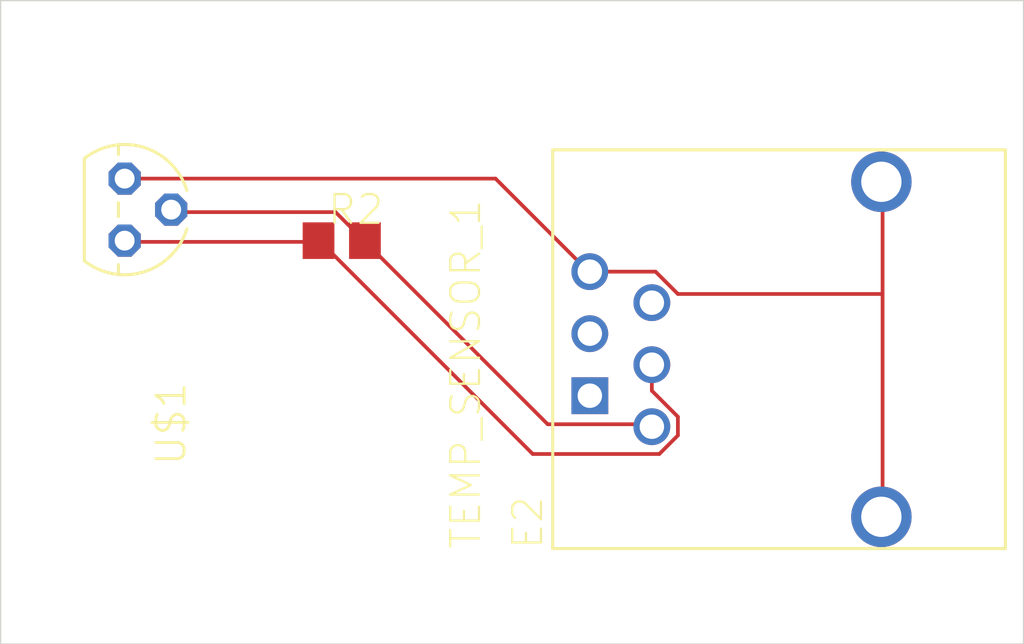
<source format=kicad_pcb>
(kicad_pcb (version 20221018) (generator pcbnew)
  (layers (0 "F.Cu" signal) (31 "B.Cu" signal) (34 "B.Paste" user) (35 "F.Paste" user) (36 "B.SilkS" user "B.Silkscreen") (37 "F.SilkS" user "F.Silkscreen") (38 "B.Mask" user) (39 "F.Mask" user) (44 "Edge.Cuts" user))
  (net 0 "")
  (net 1 "DQ")
  (net 2 "VDD")
  (net 3 "GND")
  (footprint "Temperature Senor Board V2 (2):R0805" (layer "F.Cu") (at 141.5261 101.6636)
    (fp_text reference "R2" (at -0.635 -1.27) (layer "F.SilkS") (effects (font (size 1.176528 1.176528) (thickness 0.093472)) (justify left)))
    (fp_text value "")
    (pad "1" smd rect (at -0.95 0) (size 1.3 1.5) (layers "F.Cu" "F.Paste" "F.Mask") (net 2 "VDD"))
    (pad "2" smd rect (at 0.95 0) (size 1.3 1.5) (layers "F.Cu" "F.Paste" "F.Mask") (net 1 "DQ"))
  )
  (footprint "Temperature Senor Board V2 (2):TO92" (layer "F.Cu") (at 132.6361 100.3936 -90)
    (fp_text reference "U$1" (at 6.985 -1.905 90) (layer "F.SilkS") (effects (font (size 1.1557 1.1557) (thickness 0.1143)) (justify right)))
    (fp_text value "DS18B")
    (fp_line (start -2.6549 0.254) (end -2.2537 0.254) (stroke (width 0.127)) (layer "F.SilkS"))
    (fp_line (start -2.0945 1.651) (end 2.0945 1.651) (stroke (width 0.127)) (layer "F.SilkS"))
    (fp_line (start -0.2863 0.254) (end 0.2863 0.254) (stroke (width 0.127)) (layer "F.SilkS"))
    (fp_line (start 2.2537 0.254) (end 2.6549 0.254) (stroke (width 0.127)) (layer "F.SilkS"))
    (fp_arc (start -2.6549 0.254) (mid -2.219001 -1.479566) (end -0.786299 -2.548501) (stroke (width 0.127)) (layer "F.SilkS"))
    (fp_arc (start -2.0946 1.651) (mid -2.475347 0.992847) (end -2.654901 0.254) (stroke (width 0.127)) (layer "F.SilkS"))
    (fp_arc (start 0.7863 -2.5484) (mid 2.546275 -0.793203) (end 2.094499 1.651) (stroke (width 0.127)) (layer "F.SilkS"))
    (pad "1" thru_hole roundrect (at -1.27 0 270) (size 1.3208 1.3208) (drill 0.8128) (layers "*.Cu" "*.Mask") (chamfer_ratio 0.2928932188) (chamfer top_left top_right bottom_left bottom_right) (net 3 "GND"))
    (pad "2" thru_hole roundrect (at 0 -1.905 270) (size 1.3208 1.3208) (drill 0.8128) (layers "*.Cu" "*.Mask") (chamfer_ratio 0.2928932188) (chamfer top_left top_right bottom_left bottom_right) (net 1 "DQ"))
    (pad "3" thru_hole roundrect (at 1.27 0 270) (size 1.3208 1.3208) (drill 0.8128) (layers "*.Cu" "*.Mask") (chamfer_ratio 0.2928932188) (chamfer top_left top_right bottom_left bottom_right) (net 2 "VDD"))
  )
  (footprint "Temperature Senor Board V2 (2):1734723-1_RJ11" (layer "F.Cu") (at 154.2261 105.4736 90)
    (fp_text reference "E2" (at -8.89 -5.08 90) (layer "F.SilkS") (effects (font (size 1.176528 1.176528) (thickness 0.093472)) (justify left)))
    (fp_text value "TEMP_SENSOR_1" (at -8.89 -7.62 90) (layer "F.SilkS") (effects (font (size 1.176528 1.176528) (thickness 0.093472)) (justify left)))
    (fp_line (start -8.8 -4.06) (end -8.8 14.48) (stroke (width 0.127)) (layer "F.SilkS"))
    (fp_line (start -8.8 -4.06) (end 7.53 -4.06) (stroke (width 0.127)) (layer "F.SilkS"))
    (fp_line (start -8.8 14.48) (end 7.53 14.48) (stroke (width 0.127)) (layer "F.SilkS"))
    (fp_line (start 7.53 -4.06) (end 7.53 14.48) (stroke (width 0.127)) (layer "F.SilkS"))
    (pad "" np_thru_hole circle (at -5.72 6.35 90) (size 3.3 3.3) (drill 3.3) (layers "*.Cu" "*.Mask"))
    (pad "" np_thru_hole circle (at 4.44 6.35 90) (size 3.3 3.3) (drill 3.3) (layers "*.Cu" "*.Mask"))
    (pad "1" thru_hole rect (at -2.54 -2.54 90) (size 1.508 1.508) (drill 1) (layers "*.Cu" "*.Mask"))
    (pad "2" thru_hole circle (at 0 -2.54 90) (size 1.508 1.508) (drill 1) (layers "*.Cu" "*.Mask"))
    (pad "3" thru_hole circle (at 2.54 -2.54 90) (size 1.508 1.508) (drill 1) (layers "*.Cu" "*.Mask") (net 3 "GND"))
    (pad "4" thru_hole circle (at -3.81 0 90) (size 1.508 1.508) (drill 1) (layers "*.Cu" "*.Mask") (net 1 "DQ"))
    (pad "5" thru_hole circle (at -1.27 0 90) (size 1.508 1.508) (drill 1) (layers "*.Cu" "*.Mask") (net 2 "VDD"))
    (pad "6" thru_hole circle (at 1.27 0 90) (size 1.508 1.508) (drill 1) (layers "*.Cu" "*.Mask"))
    (pad "SH1" thru_hole circle (at -7.5 9.4 90) (size 2.475 2.475) (drill 1.65) (layers "*.Cu" "*.Mask") (net 3 "GND"))
    (pad "SH2" thru_hole circle (at 6.22 9.4 90) (size 2.475 2.475) (drill 1.65) (layers "*.Cu" "*.Mask") (net 3 "GND"))
  )
  (gr_line (start 169.4461 91.8336) (end 127.5561 91.8336) (stroke (width 0.05)) (layer "Edge.Cuts"))
  (gr_line (start 127.5561 118.1736) (end 169.4461 118.1736) (stroke (width 0.05)) (layer "Edge.Cuts"))
  (gr_line (start 127.5561 91.8336) (end 127.5561 118.1736) (stroke (width 0.05)) (layer "Edge.Cuts"))
  (gr_line (start 169.4461 118.1736) (end 169.4461 91.8336) (stroke (width 0.05)) (layer "Edge.Cuts"))
  (segment (start 142.3389 101.562) (end 142.4761 101.6636) (width 0.1524) (layer "F.Cu") (net 1))
  (segment (start 149.9589 109.182) (end 154.2261 109.182) (width 0.1524) (layer "F.Cu") (net 1))
  (segment (start 134.5665 100.4952) (end 134.5411 100.3936) (width 0.1524) (layer "F.Cu") (net 1))
  (segment (start 141.2721 100.4952) (end 142.3389 101.562) (width 0.1524) (layer "F.Cu") (net 1))
  (segment (start 154.2261 109.182) (end 154.2261 109.2836) (width 0.1524) (layer "F.Cu") (net 1))
  (segment (start 134.5665 100.4952) (end 141.2721 100.4952) (width 0.1524) (layer "F.Cu") (net 1))
  (segment (start 142.4913 101.7144) (end 142.4761 101.6636) (width 0.1524) (layer "F.Cu") (net 1))
  (segment (start 142.4913 101.7144) (end 149.9589 109.182) (width 0.1524) (layer "F.Cu") (net 1))
  (segment (start 140.6625 101.7144) (end 140.5761 101.6636) (width 0.1524) (layer "F.Cu") (net 2))
  (segment (start 132.7377 101.7144) (end 140.5101 101.7144) (width 0.1524) (layer "F.Cu") (net 2))
  (segment (start 154.2261 107.8104) (end 154.2261 106.7436) (width 0.1524) (layer "F.Cu") (net 2))
  (segment (start 132.7377 101.7144) (end 132.6361 101.6636) (width 0.1524) (layer "F.Cu") (net 2))
  (segment (start 140.5101 101.7144) (end 140.5761 101.6636) (width 0.1524) (layer "F.Cu") (net 2))
  (segment (start 154.5309 110.4012) (end 155.2929 109.6392) (width 0.1524) (layer "F.Cu") (net 2))
  (segment (start 149.3493 110.4012) (end 154.5309 110.4012) (width 0.1524) (layer "F.Cu") (net 2))
  (segment (start 155.2929 108.8772) (end 154.2261 107.8104) (width 0.1524) (layer "F.Cu") (net 2))
  (segment (start 155.2929 109.6392) (end 155.2929 108.8772) (width 0.1524) (layer "F.Cu") (net 2))
  (segment (start 140.6625 101.7144) (end 149.3493 110.4012) (width 0.1524) (layer "F.Cu") (net 2))
  (segment (start 163.6749 99.276) (end 163.6261 99.2536) (width 0.1524) (layer "F.Cu") (net 3))
  (segment (start 151.6861 102.9336) (end 154.3785 102.9336) (width 0.1524) (layer "F.Cu") (net 3))
  (segment (start 163.6749 103.848) (end 163.6749 112.8396) (width 0.1524) (layer "F.Cu") (net 3))
  (segment (start 163.6749 112.8396) (end 163.6261 112.9736) (width 0.1524) (layer "F.Cu") (net 3))
  (segment (start 151.6353 102.9336) (end 147.8253 99.1236) (width 0.1524) (layer "F.Cu") (net 3))
  (segment (start 147.8253 99.1236) (end 132.6361 99.1236) (width 0.1524) (layer "F.Cu") (net 3))
  (segment (start 151.6353 102.9336) (end 151.6861 102.9336) (width 0.1524) (layer "F.Cu") (net 3))
  (segment (start 163.6749 99.276) (end 163.6749 103.848) (width 0.1524) (layer "F.Cu") (net 3))
  (segment (start 155.2929 103.848) (end 163.6749 103.848) (width 0.1524) (layer "F.Cu") (net 3))
  (segment (start 154.3785 102.9336) (end 155.2929 103.848) (width 0.1524) (layer "F.Cu") (net 3))
)
</source>
